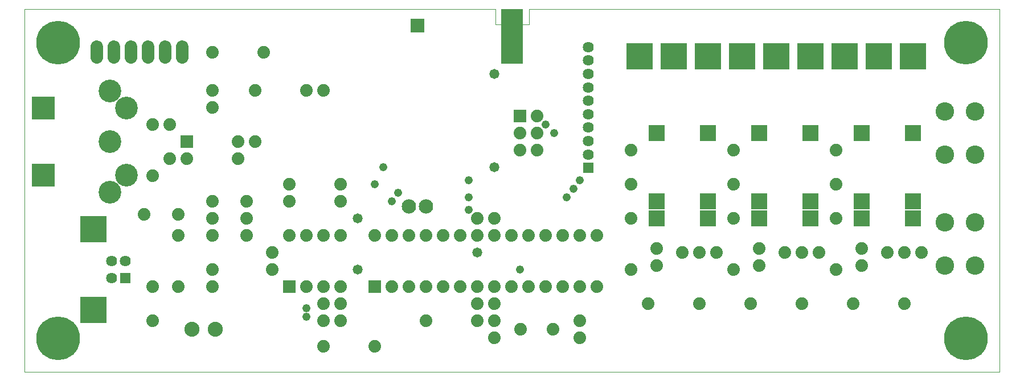
<source format=gbs>
G75*
G70*
%OFA0B0*%
%FSLAX24Y24*%
%IPPOS*%
%LPD*%
%AMOC8*
5,1,8,0,0,1.08239X$1,22.5*
%
%ADD10C,0.0000*%
%ADD11C,0.0640*%
%ADD12R,0.0640X0.0640*%
%ADD13R,0.1580X0.1580*%
%ADD14C,0.0880*%
%ADD15C,0.0740*%
%ADD16R,0.0740X0.0740*%
%ADD17C,0.1330*%
%ADD18R,0.1330X0.1330*%
%ADD19R,0.0940X0.0940*%
%ADD20C,0.1080*%
%ADD21R,0.1261X0.3230*%
%ADD22C,0.0477*%
%ADD23C,0.0740*%
%ADD24R,0.0840X0.0840*%
%ADD25C,0.0840*%
%ADD26C,0.1340*%
%ADD27C,0.2559*%
%ADD28C,0.0476*%
%ADD29C,0.0580*%
D10*
X000232Y000101D02*
X000232Y021361D01*
X027791Y021361D01*
X027791Y020455D01*
X029759Y020455D01*
X029759Y021361D01*
X057318Y021361D01*
X057318Y000101D01*
X000232Y000101D01*
X001570Y002069D02*
X001572Y002119D01*
X001578Y002169D01*
X001588Y002218D01*
X001602Y002266D01*
X001619Y002313D01*
X001640Y002358D01*
X001665Y002402D01*
X001693Y002443D01*
X001725Y002482D01*
X001759Y002519D01*
X001796Y002553D01*
X001836Y002583D01*
X001878Y002610D01*
X001922Y002634D01*
X001968Y002655D01*
X002015Y002671D01*
X002063Y002684D01*
X002113Y002693D01*
X002162Y002698D01*
X002213Y002699D01*
X002263Y002696D01*
X002312Y002689D01*
X002361Y002678D01*
X002409Y002663D01*
X002455Y002645D01*
X002500Y002623D01*
X002543Y002597D01*
X002584Y002568D01*
X002623Y002536D01*
X002659Y002501D01*
X002691Y002463D01*
X002721Y002423D01*
X002748Y002380D01*
X002771Y002336D01*
X002790Y002290D01*
X002806Y002242D01*
X002818Y002193D01*
X002826Y002144D01*
X002830Y002094D01*
X002830Y002044D01*
X002826Y001994D01*
X002818Y001945D01*
X002806Y001896D01*
X002790Y001848D01*
X002771Y001802D01*
X002748Y001758D01*
X002721Y001715D01*
X002691Y001675D01*
X002659Y001637D01*
X002623Y001602D01*
X002584Y001570D01*
X002543Y001541D01*
X002500Y001515D01*
X002455Y001493D01*
X002409Y001475D01*
X002361Y001460D01*
X002312Y001449D01*
X002263Y001442D01*
X002213Y001439D01*
X002162Y001440D01*
X002113Y001445D01*
X002063Y001454D01*
X002015Y001467D01*
X001968Y001483D01*
X001922Y001504D01*
X001878Y001528D01*
X001836Y001555D01*
X001796Y001585D01*
X001759Y001619D01*
X001725Y001656D01*
X001693Y001695D01*
X001665Y001736D01*
X001640Y001780D01*
X001619Y001825D01*
X001602Y001872D01*
X001588Y001920D01*
X001578Y001969D01*
X001572Y002019D01*
X001570Y002069D01*
X001570Y019392D02*
X001572Y019442D01*
X001578Y019492D01*
X001588Y019541D01*
X001602Y019589D01*
X001619Y019636D01*
X001640Y019681D01*
X001665Y019725D01*
X001693Y019766D01*
X001725Y019805D01*
X001759Y019842D01*
X001796Y019876D01*
X001836Y019906D01*
X001878Y019933D01*
X001922Y019957D01*
X001968Y019978D01*
X002015Y019994D01*
X002063Y020007D01*
X002113Y020016D01*
X002162Y020021D01*
X002213Y020022D01*
X002263Y020019D01*
X002312Y020012D01*
X002361Y020001D01*
X002409Y019986D01*
X002455Y019968D01*
X002500Y019946D01*
X002543Y019920D01*
X002584Y019891D01*
X002623Y019859D01*
X002659Y019824D01*
X002691Y019786D01*
X002721Y019746D01*
X002748Y019703D01*
X002771Y019659D01*
X002790Y019613D01*
X002806Y019565D01*
X002818Y019516D01*
X002826Y019467D01*
X002830Y019417D01*
X002830Y019367D01*
X002826Y019317D01*
X002818Y019268D01*
X002806Y019219D01*
X002790Y019171D01*
X002771Y019125D01*
X002748Y019081D01*
X002721Y019038D01*
X002691Y018998D01*
X002659Y018960D01*
X002623Y018925D01*
X002584Y018893D01*
X002543Y018864D01*
X002500Y018838D01*
X002455Y018816D01*
X002409Y018798D01*
X002361Y018783D01*
X002312Y018772D01*
X002263Y018765D01*
X002213Y018762D01*
X002162Y018763D01*
X002113Y018768D01*
X002063Y018777D01*
X002015Y018790D01*
X001968Y018806D01*
X001922Y018827D01*
X001878Y018851D01*
X001836Y018878D01*
X001796Y018908D01*
X001759Y018942D01*
X001725Y018979D01*
X001693Y019018D01*
X001665Y019059D01*
X001640Y019103D01*
X001619Y019148D01*
X001602Y019195D01*
X001588Y019243D01*
X001578Y019292D01*
X001572Y019342D01*
X001570Y019392D01*
X054720Y019392D02*
X054722Y019442D01*
X054728Y019492D01*
X054738Y019541D01*
X054752Y019589D01*
X054769Y019636D01*
X054790Y019681D01*
X054815Y019725D01*
X054843Y019766D01*
X054875Y019805D01*
X054909Y019842D01*
X054946Y019876D01*
X054986Y019906D01*
X055028Y019933D01*
X055072Y019957D01*
X055118Y019978D01*
X055165Y019994D01*
X055213Y020007D01*
X055263Y020016D01*
X055312Y020021D01*
X055363Y020022D01*
X055413Y020019D01*
X055462Y020012D01*
X055511Y020001D01*
X055559Y019986D01*
X055605Y019968D01*
X055650Y019946D01*
X055693Y019920D01*
X055734Y019891D01*
X055773Y019859D01*
X055809Y019824D01*
X055841Y019786D01*
X055871Y019746D01*
X055898Y019703D01*
X055921Y019659D01*
X055940Y019613D01*
X055956Y019565D01*
X055968Y019516D01*
X055976Y019467D01*
X055980Y019417D01*
X055980Y019367D01*
X055976Y019317D01*
X055968Y019268D01*
X055956Y019219D01*
X055940Y019171D01*
X055921Y019125D01*
X055898Y019081D01*
X055871Y019038D01*
X055841Y018998D01*
X055809Y018960D01*
X055773Y018925D01*
X055734Y018893D01*
X055693Y018864D01*
X055650Y018838D01*
X055605Y018816D01*
X055559Y018798D01*
X055511Y018783D01*
X055462Y018772D01*
X055413Y018765D01*
X055363Y018762D01*
X055312Y018763D01*
X055263Y018768D01*
X055213Y018777D01*
X055165Y018790D01*
X055118Y018806D01*
X055072Y018827D01*
X055028Y018851D01*
X054986Y018878D01*
X054946Y018908D01*
X054909Y018942D01*
X054875Y018979D01*
X054843Y019018D01*
X054815Y019059D01*
X054790Y019103D01*
X054769Y019148D01*
X054752Y019195D01*
X054738Y019243D01*
X054728Y019292D01*
X054722Y019342D01*
X054720Y019392D01*
X054720Y002069D02*
X054722Y002119D01*
X054728Y002169D01*
X054738Y002218D01*
X054752Y002266D01*
X054769Y002313D01*
X054790Y002358D01*
X054815Y002402D01*
X054843Y002443D01*
X054875Y002482D01*
X054909Y002519D01*
X054946Y002553D01*
X054986Y002583D01*
X055028Y002610D01*
X055072Y002634D01*
X055118Y002655D01*
X055165Y002671D01*
X055213Y002684D01*
X055263Y002693D01*
X055312Y002698D01*
X055363Y002699D01*
X055413Y002696D01*
X055462Y002689D01*
X055511Y002678D01*
X055559Y002663D01*
X055605Y002645D01*
X055650Y002623D01*
X055693Y002597D01*
X055734Y002568D01*
X055773Y002536D01*
X055809Y002501D01*
X055841Y002463D01*
X055871Y002423D01*
X055898Y002380D01*
X055921Y002336D01*
X055940Y002290D01*
X055956Y002242D01*
X055968Y002193D01*
X055976Y002144D01*
X055980Y002094D01*
X055980Y002044D01*
X055976Y001994D01*
X055968Y001945D01*
X055956Y001896D01*
X055940Y001848D01*
X055921Y001802D01*
X055898Y001758D01*
X055871Y001715D01*
X055841Y001675D01*
X055809Y001637D01*
X055773Y001602D01*
X055734Y001570D01*
X055693Y001541D01*
X055650Y001515D01*
X055605Y001493D01*
X055559Y001475D01*
X055511Y001460D01*
X055462Y001449D01*
X055413Y001442D01*
X055363Y001439D01*
X055312Y001440D01*
X055263Y001445D01*
X055213Y001454D01*
X055165Y001467D01*
X055118Y001483D01*
X055072Y001504D01*
X055028Y001528D01*
X054986Y001555D01*
X054946Y001585D01*
X054909Y001619D01*
X054875Y001656D01*
X054843Y001695D01*
X054815Y001736D01*
X054790Y001780D01*
X054769Y001825D01*
X054752Y001872D01*
X054738Y001920D01*
X054728Y001969D01*
X054722Y002019D01*
X054720Y002069D01*
D11*
X033232Y012845D03*
X033232Y013632D03*
X033232Y014420D03*
X033232Y015207D03*
X033232Y015994D03*
X033232Y016782D03*
X033232Y017569D03*
X033232Y018357D03*
X033232Y019144D03*
X006126Y006593D03*
X005338Y006593D03*
X005338Y005609D03*
D12*
X006126Y005609D03*
X033232Y012057D03*
D13*
X036232Y018601D03*
X038232Y018601D03*
X040232Y018601D03*
X042232Y018601D03*
X044232Y018601D03*
X046232Y018601D03*
X048232Y018601D03*
X050232Y018601D03*
X052232Y018601D03*
X004271Y008471D03*
X004271Y003731D03*
D14*
X010043Y002601D03*
X011421Y002601D03*
D15*
X007732Y003101D03*
X007732Y005101D03*
X009232Y005101D03*
X011232Y005101D03*
X011232Y006101D03*
X014732Y006101D03*
X016732Y005101D03*
X017732Y005101D03*
X018732Y005101D03*
X018732Y004101D03*
X017732Y004101D03*
X017732Y003101D03*
X018732Y003101D03*
X017732Y001601D03*
X020732Y001601D03*
X023732Y003101D03*
X026732Y003101D03*
X027732Y003101D03*
X029282Y002601D03*
X027732Y002101D03*
X031182Y002601D03*
X032732Y002101D03*
X032732Y003101D03*
X036732Y004101D03*
X033732Y005101D03*
X032732Y005101D03*
X031732Y005101D03*
X030732Y005101D03*
X029732Y005101D03*
X028732Y005101D03*
X027732Y005101D03*
X026732Y005101D03*
X025732Y005101D03*
X024732Y005101D03*
X023732Y005101D03*
X022732Y005101D03*
X021732Y005101D03*
X026732Y004101D03*
X027732Y004101D03*
X035732Y006101D03*
X037232Y006351D03*
X038732Y007101D03*
X039732Y007101D03*
X040732Y007101D03*
X041732Y006101D03*
X043232Y006351D03*
X044732Y007101D03*
X045732Y007101D03*
X046732Y007101D03*
X049232Y007351D03*
X050732Y007101D03*
X051732Y007101D03*
X052732Y007101D03*
X049232Y006351D03*
X047732Y006101D03*
X043232Y007351D03*
X041732Y009101D03*
X037232Y007351D03*
X033732Y008101D03*
X032732Y008101D03*
X031732Y008101D03*
X030732Y008101D03*
X029732Y008101D03*
X028732Y008101D03*
X027732Y008101D03*
X026732Y008101D03*
X025732Y008101D03*
X024732Y008101D03*
X023732Y008101D03*
X022732Y008101D03*
X021732Y008101D03*
X020732Y008101D03*
X018732Y008101D03*
X017732Y008101D03*
X016732Y008101D03*
X015732Y008101D03*
X013232Y008101D03*
X013232Y009101D03*
X011232Y009101D03*
X009232Y009351D03*
X007232Y009351D03*
X009232Y008101D03*
X011232Y008101D03*
X014732Y007101D03*
X015732Y010101D03*
X015732Y011101D03*
X013232Y010101D03*
X011232Y010101D03*
X007732Y011601D03*
X008732Y012601D03*
X009732Y012601D03*
X012732Y012601D03*
X012732Y013601D03*
X013732Y013601D03*
X008732Y014601D03*
X007732Y014601D03*
X011232Y015601D03*
X011232Y016601D03*
X013732Y016601D03*
X016732Y016601D03*
X017732Y016601D03*
X014232Y018851D03*
X011232Y018851D03*
X029232Y014101D03*
X030232Y014101D03*
X030232Y015101D03*
X030232Y013101D03*
X029232Y013101D03*
X035732Y013101D03*
X035732Y011101D03*
X035732Y009101D03*
X041732Y011101D03*
X041732Y013101D03*
X047732Y013101D03*
X047732Y011101D03*
X047732Y009101D03*
X048732Y004101D03*
X045732Y004101D03*
X042732Y004101D03*
X039732Y004101D03*
X051732Y004101D03*
X027732Y009101D03*
X026732Y009101D03*
X018732Y010101D03*
X018732Y011101D03*
D16*
X009732Y013601D03*
X029232Y015101D03*
X020732Y005101D03*
X015732Y005101D03*
D17*
X005232Y010648D03*
X006216Y011632D03*
X005232Y013601D03*
X006216Y015569D03*
X005232Y016554D03*
D18*
X001334Y015569D03*
X001334Y011632D03*
D19*
X037232Y010101D03*
X037232Y009101D03*
X040232Y009101D03*
X040232Y010101D03*
X043232Y010101D03*
X043232Y009101D03*
X046232Y009101D03*
X046232Y010101D03*
X049232Y010101D03*
X049232Y009101D03*
X052232Y009101D03*
X052232Y010101D03*
X052232Y014101D03*
X049232Y014101D03*
X046232Y014101D03*
X043232Y014101D03*
X040232Y014101D03*
X037232Y014101D03*
D20*
X054096Y015380D03*
X055868Y015380D03*
X055868Y012821D03*
X054096Y012821D03*
X054096Y008880D03*
X055868Y008880D03*
X055868Y006321D03*
X054096Y006321D03*
D21*
X028775Y019776D03*
D22*
X016732Y003851D03*
X016732Y003351D03*
D23*
X009482Y018521D02*
X009482Y019181D01*
X008482Y019181D02*
X008482Y018521D01*
X007482Y018521D02*
X007482Y019181D01*
X006482Y019181D02*
X006482Y018521D01*
X005482Y018521D02*
X005482Y019181D01*
X004482Y019181D02*
X004482Y018521D01*
D24*
X023232Y020396D03*
D25*
X022732Y009806D03*
X023732Y009806D03*
D26*
X002200Y002069D03*
X002200Y019392D03*
X055350Y019392D03*
X055350Y002069D03*
D27*
X055350Y002069D03*
X055350Y019392D03*
X002200Y019392D03*
X002200Y002069D03*
D28*
X021732Y010101D03*
X022107Y010601D03*
X020732Y011101D03*
X021232Y012101D03*
X026232Y011351D03*
X026232Y010351D03*
X026232Y009601D03*
X031982Y010351D03*
X032357Y010851D03*
X032732Y011351D03*
X031232Y014101D03*
X030732Y014601D03*
X029232Y006101D03*
D29*
X026732Y007101D03*
X019732Y006101D03*
X019732Y009101D03*
X027732Y012101D03*
X027732Y017569D03*
M02*

</source>
